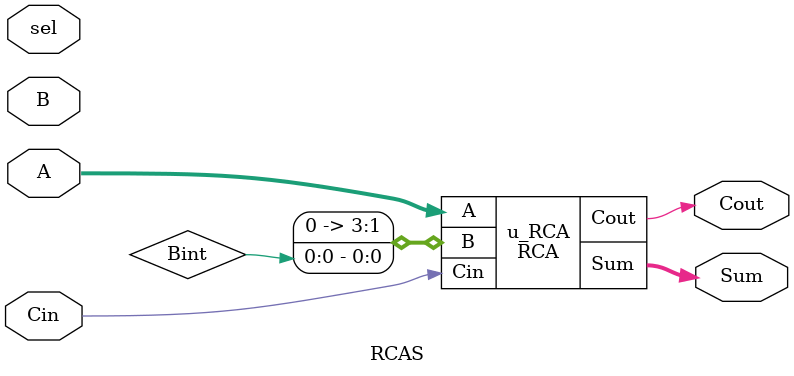
<source format=v>



module half_adder(
    input A,
    input B,
    output Carry,
    output Sum
    );
    assign Carry = A & B;
    assign Sum   = A ^ B; 
endmodule


module FullAdder(
    input A,
    input B,
    input Cin,
    output Cout, 
    output Sum
    );
    
    wire HA1_Carry;
    wire HA1_Sum;
    wire HA2_Carry;
    wire HA2_Sum;
    
    half_adder HA1(
        .A(A),
        .B(B),
        .Carry(HA1_Carry),
        .Sum(HA1_Sum)
        );
    
    half_adder HA2 (
        .A(HA1_Sum),
        .B(Cin),
        .Carry(HA2_Carry),
        .Sum(HA2_Sum)
        );
      
     assign Cout = HA1_Carry | HA2_Carry;
     assign Sum = HA2_Sum;
endmodule
    
module RCA (
    input [3:0] A,
    input [3:0] B,
    input Cin,
    output [3:0] Sum,
    output Cout
 );
    wire C0;
    wire C1;
    wire C2;
    FullAdder FA1 ( A[0], B[0],Cin,Sum[0],C0);
    FullAdder FA2 ( A[1], B[1],C0,Sum[1],C1);
    FullAdder FA3 ( A[2], B[2],C1,Sum[2],C2);
    FullAdder FA4 ( A[3], B[3],C2,Sum[3],Cout);
endmodule


module RCAS (
    input [3:0] A,
    input [3:0] B,
    input Cin, 
    input sel,
    output [3:0] Sum,
    output Cout
 );
    //bit [3:0]Bint;
    //assign Bint = (sel)? B : (B' + 4'b0001);
    RCA u_RCA ( A, Bint, Cin,Sum,Cout);
 endmodule


</source>
